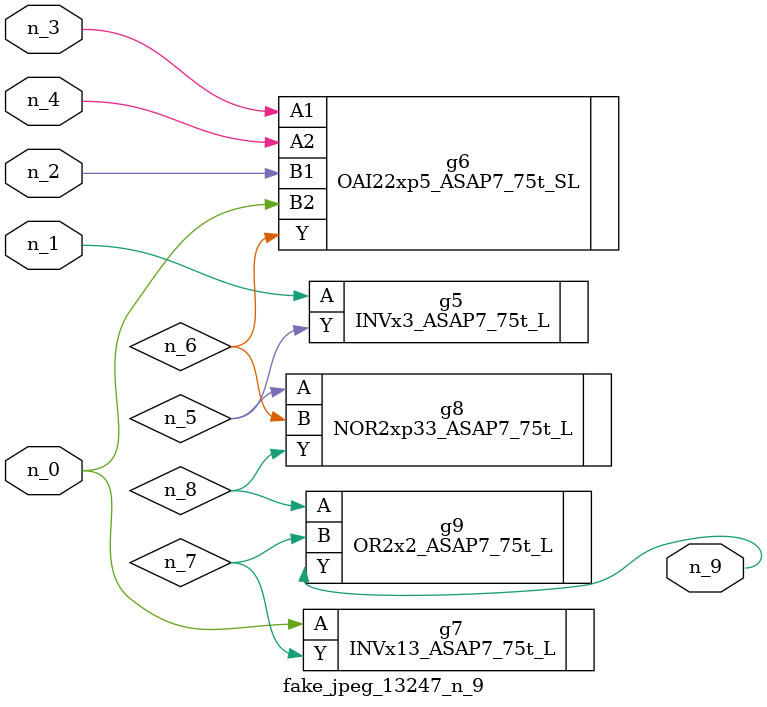
<source format=v>
module fake_jpeg_13247_n_9 (n_3, n_2, n_1, n_0, n_4, n_9);

input n_3;
input n_2;
input n_1;
input n_0;
input n_4;

output n_9;

wire n_8;
wire n_6;
wire n_5;
wire n_7;

INVx3_ASAP7_75t_L g5 ( 
.A(n_1),
.Y(n_5)
);

OAI22xp5_ASAP7_75t_SL g6 ( 
.A1(n_3),
.A2(n_4),
.B1(n_2),
.B2(n_0),
.Y(n_6)
);

INVx13_ASAP7_75t_L g7 ( 
.A(n_0),
.Y(n_7)
);

NOR2xp33_ASAP7_75t_L g8 ( 
.A(n_5),
.B(n_6),
.Y(n_8)
);

OR2x2_ASAP7_75t_L g9 ( 
.A(n_8),
.B(n_7),
.Y(n_9)
);


endmodule
</source>
